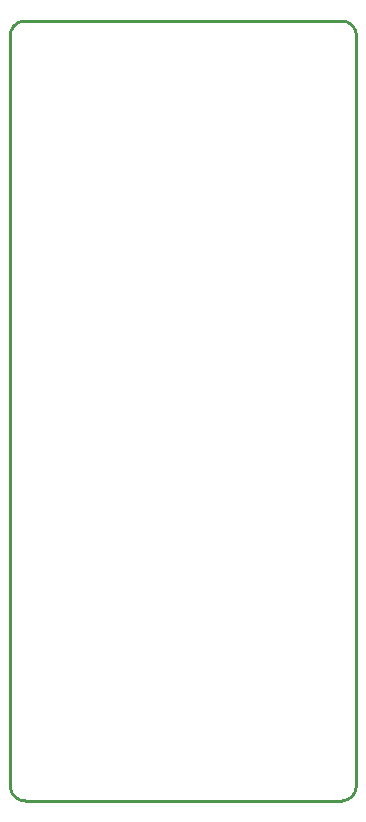
<source format=gm1>
G04*
G04 #@! TF.GenerationSoftware,Altium Limited,Altium Designer,22.3.1 (43)*
G04*
G04 Layer_Color=16711935*
%FSLAX25Y25*%
%MOIN*%
G70*
G04*
G04 #@! TF.SameCoordinates,9D4118E4-E203-4AE3-99F8-471285BC0BC6*
G04*
G04*
G04 #@! TF.FilePolarity,Positive*
G04*
G01*
G75*
%ADD12C,0.01000*%
D12*
X263519Y-0D02*
G03*
X268200Y5198I-259J4939D01*
G01*
X268200Y255319D02*
G03*
X263002Y260000I-4939J-259D01*
G01*
X157481Y260000D02*
G03*
X152800Y254802I259J-4939D01*
G01*
X152800Y4681D02*
G03*
X157998Y0I4939J259D01*
G01*
X157700Y0D02*
X263519D01*
X268200Y5105D02*
Y255319D01*
X157537Y260000D02*
X263000D01*
X152800Y4900D02*
Y254800D01*
M02*

</source>
